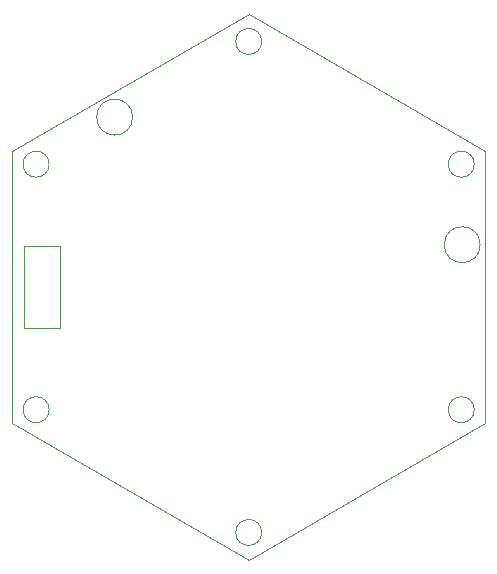
<source format=gbr>
%TF.GenerationSoftware,KiCad,Pcbnew,7.0.5*%
%TF.CreationDate,2024-01-24T02:04:37-05:00*%
%TF.ProjectId,CAMERA_ADAPTER,43414d45-5241-45f4-9144-41505445522e,rev?*%
%TF.SameCoordinates,Original*%
%TF.FileFunction,Profile,NP*%
%FSLAX46Y46*%
G04 Gerber Fmt 4.6, Leading zero omitted, Abs format (unit mm)*
G04 Created by KiCad (PCBNEW 7.0.5) date 2024-01-24 02:04:37*
%MOMM*%
%LPD*%
G01*
G04 APERTURE LIST*
%TA.AperFunction,Profile*%
%ADD10C,0.100000*%
%TD*%
G04 APERTURE END LIST*
D10*
X130160000Y-88557605D02*
X130160000Y-111651615D01*
X169260000Y-110496915D02*
G75*
G03*
X169260000Y-110496915I-1100000J0D01*
G01*
X140330691Y-85719311D02*
G75*
G03*
X140330691Y-85719311I-1520691J0D01*
G01*
X130160000Y-111651615D02*
X150160000Y-123198621D01*
X169260000Y-89712305D02*
G75*
G03*
X169260000Y-89712305I-1100000J0D01*
G01*
X133260000Y-89712305D02*
G75*
G03*
X133260000Y-89712305I-1100000J0D01*
G01*
X131160000Y-96604610D02*
X134160000Y-96604610D01*
X134160000Y-103604610D01*
X131160000Y-103604610D01*
X131160000Y-96604610D01*
X150160000Y-77010599D02*
X130160000Y-88557605D01*
X170160000Y-88557605D02*
X150160000Y-77010599D01*
X169760001Y-96523621D02*
G75*
G03*
X169760001Y-96523621I-1520691J0D01*
G01*
X151260000Y-79320000D02*
G75*
G03*
X151260000Y-79320000I-1100000J0D01*
G01*
X151260000Y-120889220D02*
G75*
G03*
X151260000Y-120889220I-1100000J0D01*
G01*
X170160000Y-111651615D02*
X170160000Y-88557605D01*
X150160000Y-123198621D02*
X170160000Y-111651615D01*
X133260000Y-110496915D02*
G75*
G03*
X133260000Y-110496915I-1100000J0D01*
G01*
M02*

</source>
